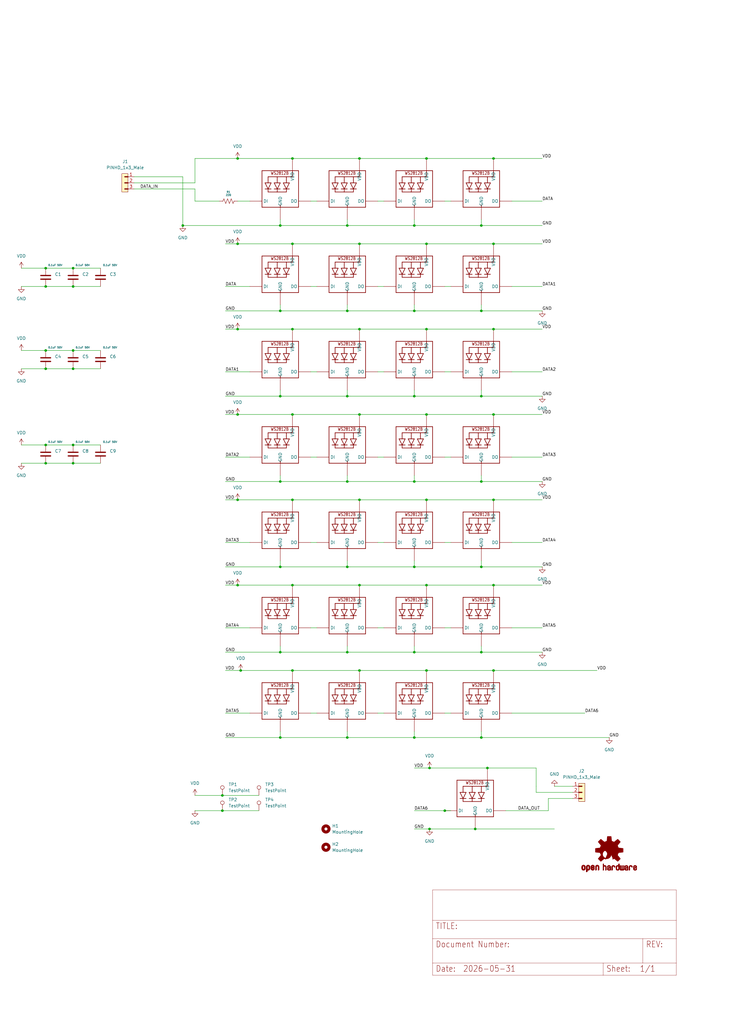
<source format=kicad_sch>
(kicad_sch (version 20231120) (generator "eeschema") (generator_version "8.0")
  (paper "User" 305.994 426.771)
  (lib_symbols
    (symbol "Connector:TestPoint" (pin_numbers hide) (pin_names (offset 0.762) hide)
      (property "Reference" "TP" (at 0 6.858 0))
      (property "Value" "TestPoint" (at 0 5.08 0))
      (symbol "TestPoint_1_1"
        (pin passive line (at 0 0 90) (length 2.54) (name "1") (number "1"))
      )
    )
    (symbol "Device:C" (pin_numbers hide) (pin_names (offset 0.254))
      (property "Reference" "C" (at 0.635 2.54 0))
      (property "Value" "C" (at 0.635 -2.54 0))
      (symbol "C_1_1"
        (pin passive line (at 0 3.81 270) (length 2.794) (name "~") (number "1"))
        (pin passive line (at 0 -3.81 90) (length 2.794) (name "~") (number "2"))
      )
    )
    (symbol "Device:R_US" (pin_numbers hide) (pin_names (offset 0))
      (property "Reference" "R" (at 2.54 0 90))
      (property "Value" "R_US" (at -2.54 0 90))
      (symbol "R_US_1_1"
        (pin passive line (at 0 3.81 270) (length 1.27) (name "~") (number "1"))
        (pin passive line (at 0 -3.81 90) (length 1.27) (name "~") (number "2"))
      )
    )
    (symbol "Mechanical:MountingHole" (pin_names (offset 1.016)) (exclude_from_sim yes) (in_bom no)
      (property "Reference" "H" (at 0 5.08 0))
      (property "Value" "MountingHole" (at 0 3.175 0))
    )
    (symbol "NeoSevenSegment-eagle-import:DINA3_P"
      (symbol "DINA3_P_1_0"
        (text "${#}/${##}" (at 86.36 1.27 0) (effects (font (size 2.54 2.159)) (justify left bottom)))
        (text "${CURRENT_DATE}" (at 12.7 1.27 0) (effects (font (size 2.54 2.159)) (justify left bottom)))
        (text "${PROJECTNAME}" (at 17.78 19.05 0) (effects (font (size 2.54 2.159)) (justify left bottom)))
        (text "Date:" (at 1.27 1.27 0) (effects (font (size 2.54 2.159)) (justify left bottom)))
        (text "Document Number:" (at 1.27 11.43 0) (effects (font (size 2.54 2.159)) (justify left bottom)))
        (text "REV:" (at 88.9 11.43 0) (effects (font (size 2.54 2.159)) (justify left bottom)))
        (text "Sheet:" (at 72.39 1.27 0) (effects (font (size 2.54 2.159)) (justify left bottom)))
        (text "TITLE:" (at 1.27 19.05 0) (effects (font (size 2.54 2.159)) (justify left bottom)))
      )
    )
    (symbol "NeoSevenSegment-eagle-import:OSHW-LOGOM")
    (symbol "NeoSevenSegment-eagle-import:WS2812B_5050N"
      (symbol "WS2812B_5050N_1_0"
        (text "WS2812B" (at -4.064 8.382 0) (effects (font (size 1.27 1.0795)) (justify left bottom)))
        (pin power_in line (at 5.08 15.24 270) (length 5.08) (name "VDD") (number "1-VDD"))
        (pin output line (at 12.7 -2.54 180) (length 5.08) (name "DO") (number "2-DOUT"))
        (pin power_in line (at 0 -10.16 90) (length 5.08) (name "GND") (number "3-GND"))
        (pin input line (at -12.7 -2.54 0) (length 5.08) (name "DI") (number "4-DIN"))
      )
    )
    (symbol "PCM_SL_Pin_Headers:PINHD_1x3_Male"
      (property "Reference" "J" (at 0 7.62 0))
      (property "Value" "PINHD_1x3_Male" (at 0 5.08 0))
      (symbol "PINHD_1x3_Male_1_1"
        (pin passive line (at -3.81 2.54 0) (length 2.54) (name "") (number "1"))
        (pin passive line (at -3.81 0 0) (length 2.54) (name "") (number "2"))
        (pin passive line (at -3.81 -2.54 0) (length 2.54) (name "") (number "3"))
      )
    )
    (symbol "power:GND" (power) (pin_numbers hide) (pin_names (offset 0) hide)
      (property "Value" "GND" (at 0 -3.81 0))
      (symbol "GND_1_1"
        (pin power_in line (at 0 0 270) (length 0) (name "~") (number "1"))
      )
    )
    (symbol "power:VDD" (power) (pin_numbers hide) (pin_names (offset 0) hide)
      (property "Value" "VDD" (at 0 3.556 0))
      (symbol "VDD_1_1"
        (pin power_in line (at 0 0 90) (length 0) (name "~") (number "1"))
      )
    )
  )
  (junction (at 30.48 193.04))
  (junction (at 99.06 137.16))
  (junction (at 144.78 307.34))
  (junction (at 177.8 208.28))
  (junction (at 200.66 236.22))
  (junction (at 30.48 146.05))
  (junction (at 179.07 345.44))
  (junction (at 144.78 200.66))
  (junction (at 99.06 172.72))
  (junction (at 149.86 101.6))
  (junction (at 149.86 208.28))
  (junction (at 149.86 66.04))
  (junction (at 177.8 243.84))
  (junction (at 198.12 345.44))
  (junction (at 144.78 93.98))
  (junction (at 19.05 153.67))
  (junction (at 19.05 185.42))
  (junction (at 177.8 137.16))
  (junction (at 116.84 200.66))
  (junction (at 200.66 93.98))
  (junction (at 200.66 307.34))
  (junction (at 149.86 279.4))
  (junction (at 144.78 236.22))
  (junction (at 121.92 137.16))
  (junction (at 30.48 185.42))
  (junction (at 99.06 66.04))
  (junction (at 205.74 66.04))
  (junction (at 116.84 165.1))
  (junction (at 19.05 111.76))
  (junction (at 144.78 165.1))
  (junction (at 121.92 208.28))
  (junction (at 200.66 200.66))
  (junction (at 205.74 208.28))
  (junction (at 172.72 307.34))
  (junction (at 99.06 101.6))
  (junction (at 177.8 101.6))
  (junction (at 205.74 243.84))
  (junction (at 205.74 172.72))
  (junction (at 100.33 279.4))
  (junction (at 203.2 320.04))
  (junction (at 172.72 236.22))
  (junction (at 149.86 137.16))
  (junction (at 200.66 165.1))
  (junction (at 177.8 279.4))
  (junction (at 185.42 337.82))
  (junction (at 177.8 172.72))
  (junction (at 205.74 101.6))
  (junction (at 121.92 66.04))
  (junction (at 172.72 200.66))
  (junction (at 76.2 93.98))
  (junction (at 172.72 271.78))
  (junction (at 205.74 137.16))
  (junction (at 116.84 93.98))
  (junction (at 121.92 101.6))
  (junction (at 205.74 279.4))
  (junction (at 116.84 236.22))
  (junction (at 30.48 119.38))
  (junction (at 172.72 129.54))
  (junction (at 116.84 129.54))
  (junction (at 179.07 320.04))
  (junction (at 92.71 331.47))
  (junction (at 19.05 193.04))
  (junction (at 177.8 66.04))
  (junction (at 99.06 208.28))
  (junction (at 19.05 146.05))
  (junction (at 30.48 111.76))
  (junction (at 144.78 271.78))
  (junction (at 30.48 153.67))
  (junction (at 144.78 129.54))
  (junction (at 121.92 243.84))
  (junction (at 92.71 337.82))
  (junction (at 116.84 271.78))
  (junction (at 149.86 172.72))
  (junction (at 121.92 172.72))
  (junction (at 172.72 93.98))
  (junction (at 172.72 165.1))
  (junction (at 121.92 279.4))
  (junction (at 200.66 129.54))
  (junction (at 149.86 243.84))
  (junction (at 200.66 271.78))
  (junction (at 116.84 307.34))
  (junction (at 19.05 119.38))
  (junction (at 99.06 243.84))
  (wire (pts (xy 172.72 93.98) (xy 172.72 91.44)) (stroke (width 0.1524)))
  (wire (pts (xy 213.36 119.38) (xy 226.06 119.38)) (stroke (width 0.1524)))
  (wire (pts (xy 144.78 200.66) (xy 144.78 198.12)) (stroke (width 0.1524)))
  (wire (pts (xy 121.92 101.6) (xy 149.86 101.6)) (stroke (width 0.1524)))
  (wire (pts (xy 116.84 307.34) (xy 144.78 307.34)) (stroke (width 0.1524)))
  (wire (pts (xy 172.72 307.34) (xy 200.66 307.34)) (stroke (width 0.1524)))
  (wire (pts (xy 144.78 236.22) (xy 144.78 233.68)) (stroke (width 0.1524)))
  (wire (pts (xy 179.07 320.04) (xy 172.72 320.04)) (stroke (width 0.1524)))
  (wire (pts (xy 205.74 279.4) (xy 248.92 279.4)) (stroke (width 0.1524)))
  (wire (pts (xy 228.6 337.82) (xy 228.6 332.74)) (stroke (width 0.1524)))
  (wire (pts (xy 223.52 320.04) (xy 203.2 320.04)) (stroke (width 0.1524)))
  (wire (pts (xy 144.78 271.78) (xy 172.72 271.78)) (stroke (width 0.1524)))
  (wire (pts (xy 129.54 119.38) (xy 132.08 119.38)) (stroke (width 0.1524)))
  (wire (pts (xy 8.89 193.04) (xy 19.05 193.04)))
  (wire (pts (xy 157.48 154.94) (xy 160.02 154.94)) (stroke (width 0.1524)))
  (wire (pts (xy 157.48 190.5) (xy 160.02 190.5)) (stroke (width 0.1524)))
  (wire (pts (xy 213.36 83.82) (xy 226.06 83.82)) (stroke (width 0.1524)))
  (wire (pts (xy 121.92 208.28) (xy 149.86 208.28)) (stroke (width 0.1524)))
  (wire (pts (xy 177.8 172.72) (xy 205.74 172.72)) (stroke (width 0.1524)))
  (wire (pts (xy 200.66 307.34) (xy 254 307.34)) (stroke (width 0.1524)))
  (wire (pts (xy 121.92 66.04) (xy 149.86 66.04)) (stroke (width 0.1524)))
  (wire (pts (xy 210.82 337.82) (xy 228.6 337.82)) (stroke (width 0.1524)))
  (wire (pts (xy 172.72 271.78) (xy 200.66 271.78)) (stroke (width 0.1524)))
  (wire (pts (xy 177.8 66.04) (xy 205.74 66.04)) (stroke (width 0.1524)))
  (wire (pts (xy 76.2 93.98) (xy 116.84 93.98)) (stroke (width 0.1524)))
  (wire (pts (xy 121.92 279.4) (xy 149.86 279.4)) (stroke (width 0.1524)))
  (wire (pts (xy 185.42 261.62) (xy 187.96 261.62)) (stroke (width 0.1524)))
  (wire (pts (xy 172.72 165.1) (xy 172.72 162.56)) (stroke (width 0.1524)))
  (wire (pts (xy 8.89 146.05) (xy 19.05 146.05)))
  (wire (pts (xy 149.86 208.28) (xy 177.8 208.28)) (stroke (width 0.1524)))
  (wire (pts (xy 30.48 193.04) (xy 41.91 193.04)))
  (wire (pts (xy 19.05 193.04) (xy 30.48 193.04)))
  (wire (pts (xy 99.06 101.6) (xy 121.92 101.6)) (stroke (width 0.1524)))
  (wire (pts (xy 172.72 271.78) (xy 172.72 269.24)) (stroke (width 0.1524)))
  (wire (pts (xy 81.28 66.04) (xy 99.06 66.04)) (stroke (width 0.1524)))
  (wire (pts (xy 228.6 332.74) (xy 238.76 332.74)))
  (wire (pts (xy 8.89 153.67) (xy 19.05 153.67)))
  (wire (pts (xy 55.88 76.2) (xy 81.28 76.2)))
  (wire (pts (xy 157.48 226.06) (xy 160.02 226.06)) (stroke (width 0.1524)))
  (wire (pts (xy 185.42 190.5) (xy 187.96 190.5)) (stroke (width 0.1524)))
  (wire (pts (xy 205.74 137.16) (xy 226.06 137.16)) (stroke (width 0.1524)))
  (wire (pts (xy 144.78 307.34) (xy 172.72 307.34)) (stroke (width 0.1524)))
  (wire (pts (xy 157.48 261.62) (xy 160.02 261.62)) (stroke (width 0.1524)))
  (wire (pts (xy 121.92 172.72) (xy 149.86 172.72)) (stroke (width 0.1524)))
  (wire (pts (xy 116.84 271.78) (xy 116.84 269.24)) (stroke (width 0.1524)))
  (wire (pts (xy 93.98 101.6) (xy 99.06 101.6)) (stroke (width 0.1524)))
  (wire (pts (xy 99.06 137.16) (xy 121.92 137.16)) (stroke (width 0.1524)))
  (wire (pts (xy 93.98 271.78) (xy 116.84 271.78)) (stroke (width 0.1524)))
  (wire (pts (xy 223.52 320.04) (xy 223.52 327.66)) (stroke (width 0.1524)))
  (wire (pts (xy 205.74 66.04) (xy 226.06 66.04)) (stroke (width 0.1524)))
  (wire (pts (xy 19.05 111.76) (xy 30.48 111.76)))
  (wire (pts (xy 144.78 236.22) (xy 172.72 236.22)) (stroke (width 0.1524)))
  (wire (pts (xy 238.76 330.2) (xy 223.52 330.2)))
  (wire (pts (xy 177.8 137.16) (xy 205.74 137.16)) (stroke (width 0.1524)))
  (wire (pts (xy 177.8 101.6) (xy 205.74 101.6)) (stroke (width 0.1524)))
  (wire (pts (xy 185.42 337.82) (xy 172.72 337.82)) (stroke (width 0.1524)))
  (wire (pts (xy 129.54 154.94) (xy 132.08 154.94)) (stroke (width 0.1524)))
  (wire (pts (xy 223.52 330.2) (xy 223.52 327.66)))
  (wire (pts (xy 149.86 172.72) (xy 177.8 172.72)) (stroke (width 0.1524)))
  (wire (pts (xy 121.92 137.16) (xy 149.86 137.16)) (stroke (width 0.1524)))
  (wire (pts (xy 129.54 83.82) (xy 132.08 83.82)) (stroke (width 0.1524)))
  (wire (pts (xy 93.98 190.5) (xy 104.14 190.5)) (stroke (width 0.1524)))
  (wire (pts (xy 144.78 129.54) (xy 172.72 129.54)) (stroke (width 0.1524)))
  (wire (pts (xy 93.98 243.84) (xy 99.06 243.84)) (stroke (width 0.1524)))
  (wire (pts (xy 93.98 154.94) (xy 104.14 154.94)) (stroke (width 0.1524)))
  (wire (pts (xy 116.84 236.22) (xy 116.84 233.68)) (stroke (width 0.1524)))
  (wire (pts (xy 144.78 307.34) (xy 144.78 304.8)) (stroke (width 0.1524)))
  (wire (pts (xy 205.74 243.84) (xy 226.06 243.84)) (stroke (width 0.1524)))
  (wire (pts (xy 200.66 93.98) (xy 226.06 93.98)) (stroke (width 0.1524)))
  (wire (pts (xy 116.84 200.66) (xy 116.84 198.12)) (stroke (width 0.1524)))
  (wire (pts (xy 213.36 226.06) (xy 226.06 226.06)) (stroke (width 0.1524)))
  (wire (pts (xy 81.28 337.82) (xy 92.71 337.82)))
  (wire (pts (xy 198.12 345.44) (xy 179.07 345.44)) (stroke (width 0.1524)))
  (wire (pts (xy 99.06 83.82) (xy 104.14 83.82)) (stroke (width 0.1524)))
  (wire (pts (xy 93.98 226.06) (xy 104.14 226.06)) (stroke (width 0.1524)))
  (wire (pts (xy 93.98 165.1) (xy 116.84 165.1)) (stroke (width 0.1524)))
  (wire (pts (xy 121.92 243.84) (xy 149.86 243.84)) (stroke (width 0.1524)))
  (wire (pts (xy 129.54 190.5) (xy 132.08 190.5)) (stroke (width 0.1524)))
  (wire (pts (xy 200.66 307.34) (xy 200.66 304.8)) (stroke (width 0.1524)))
  (wire (pts (xy 172.72 165.1) (xy 200.66 165.1)) (stroke (width 0.1524)))
  (wire (pts (xy 213.36 261.62) (xy 226.06 261.62)) (stroke (width 0.1524)))
  (wire (pts (xy 144.78 271.78) (xy 144.78 269.24)) (stroke (width 0.1524)))
  (wire (pts (xy 19.05 153.67) (xy 30.48 153.67)))
  (wire (pts (xy 213.36 190.5) (xy 226.06 190.5)) (stroke (width 0.1524)))
  (wire (pts (xy 116.84 93.98) (xy 116.84 91.44)) (stroke (width 0.1524)))
  (wire (pts (xy 92.71 331.47) (xy 107.95 331.47)))
  (wire (pts (xy 76.2 73.66) (xy 55.88 73.66)))
  (wire (pts (xy 116.84 165.1) (xy 144.78 165.1)) (stroke (width 0.1524)))
  (wire (pts (xy 179.07 345.44) (xy 172.72 345.44)) (stroke (width 0.1524)))
  (wire (pts (xy 116.84 200.66) (xy 144.78 200.66)) (stroke (width 0.1524)))
  (wire (pts (xy 99.06 66.04) (xy 121.92 66.04)) (stroke (width 0.1524)))
  (wire (pts (xy 93.98 208.28) (xy 99.06 208.28)) (stroke (width 0.1524)))
  (wire (pts (xy 200.66 129.54) (xy 200.66 127)) (stroke (width 0.1524)))
  (wire (pts (xy 93.98 172.72) (xy 99.06 172.72)) (stroke (width 0.1524)))
  (wire (pts (xy 157.48 297.18) (xy 160.02 297.18)) (stroke (width 0.1524)))
  (wire (pts (xy 231.14 345.44) (xy 198.12 345.44)) (stroke (width 0.1524)))
  (wire (pts (xy 200.66 236.22) (xy 226.06 236.22)) (stroke (width 0.1524)))
  (wire (pts (xy 205.74 208.28) (xy 226.06 208.28)) (stroke (width 0.1524)))
  (wire (pts (xy 81.28 331.47) (xy 92.71 331.47)))
  (wire (pts (xy 30.48 153.67) (xy 41.91 153.67)))
  (wire (pts (xy 55.88 78.74) (xy 81.28 78.74)))
  (wire (pts (xy 172.72 236.22) (xy 200.66 236.22)) (stroke (width 0.1524)))
  (wire (pts (xy 205.74 101.6) (xy 226.06 101.6)) (stroke (width 0.1524)))
  (wire (pts (xy 92.71 337.82) (xy 107.95 337.82)))
  (wire (pts (xy 8.89 185.42) (xy 19.05 185.42)))
  (wire (pts (xy 30.48 146.05) (xy 41.91 146.05)))
  (wire (pts (xy 76.2 73.66) (xy 76.2 93.98)))
  (wire (pts (xy 200.66 129.54) (xy 226.06 129.54)) (stroke (width 0.1524)))
  (wire (pts (xy 81.28 76.2) (xy 81.28 66.04)) (stroke (width 0.1524)))
  (wire (pts (xy 200.66 271.78) (xy 226.06 271.78)) (stroke (width 0.1524)))
  (wire (pts (xy 157.48 119.38) (xy 160.02 119.38)) (stroke (width 0.1524)))
  (wire (pts (xy 157.48 83.82) (xy 160.02 83.82)) (stroke (width 0.1524)))
  (wire (pts (xy 231.14 327.66) (xy 238.76 327.66)))
  (wire (pts (xy 185.42 154.94) (xy 187.96 154.94)) (stroke (width 0.1524)))
  (wire (pts (xy 185.42 226.06) (xy 187.96 226.06)) (stroke (width 0.1524)))
  (wire (pts (xy 19.05 119.38) (xy 30.48 119.38)))
  (wire (pts (xy 185.42 297.18) (xy 187.96 297.18)) (stroke (width 0.1524)))
  (wire (pts (xy 144.78 165.1) (xy 172.72 165.1)) (stroke (width 0.1524)))
  (wire (pts (xy 200.66 93.98) (xy 200.66 91.44)) (stroke (width 0.1524)))
  (wire (pts (xy 116.84 236.22) (xy 144.78 236.22)) (stroke (width 0.1524)))
  (wire (pts (xy 99.06 243.84) (xy 121.92 243.84)) (stroke (width 0.1524)))
  (wire (pts (xy 116.84 129.54) (xy 116.84 127)) (stroke (width 0.1524)))
  (wire (pts (xy 149.86 137.16) (xy 177.8 137.16)) (stroke (width 0.1524)))
  (wire (pts (xy 8.89 119.38) (xy 19.05 119.38)))
  (wire (pts (xy 93.98 119.38) (xy 104.14 119.38)) (stroke (width 0.1524)))
  (wire (pts (xy 99.06 172.72) (xy 121.92 172.72)) (stroke (width 0.1524)))
  (wire (pts (xy 81.28 78.74) (xy 81.28 83.82)) (stroke (width 0.1524)))
  (wire (pts (xy 30.48 119.38) (xy 41.91 119.38)))
  (wire (pts (xy 144.78 129.54) (xy 144.78 127)) (stroke (width 0.1524)))
  (wire (pts (xy 116.84 271.78) (xy 144.78 271.78)) (stroke (width 0.1524)))
  (wire (pts (xy 129.54 226.06) (xy 132.08 226.06)) (stroke (width 0.1524)))
  (wire (pts (xy 30.48 111.76) (xy 41.91 111.76)))
  (wire (pts (xy 149.86 66.04) (xy 177.8 66.04)) (stroke (width 0.1524)))
  (wire (pts (xy 93.98 137.16) (xy 99.06 137.16)) (stroke (width 0.1524)))
  (wire (pts (xy 149.86 243.84) (xy 177.8 243.84)) (stroke (width 0.1524)))
  (wire (pts (xy 19.05 185.42) (xy 30.48 185.42)))
  (wire (pts (xy 172.72 129.54) (xy 200.66 129.54)) (stroke (width 0.1524)))
  (wire (pts (xy 93.98 200.66) (xy 116.84 200.66)) (stroke (width 0.1524)))
  (wire (pts (xy 129.54 297.18) (xy 132.08 297.18)) (stroke (width 0.1524)))
  (wire (pts (xy 187.96 337.82) (xy 185.42 337.82)) (stroke (width 0.1524)))
  (wire (pts (xy 93.98 261.62) (xy 104.14 261.62)) (stroke (width 0.1524)))
  (wire (pts (xy 93.98 297.18) (xy 104.14 297.18)) (stroke (width 0.1524)))
  (wire (pts (xy 172.72 236.22) (xy 172.72 233.68)) (stroke (width 0.1524)))
  (wire (pts (xy 116.84 93.98) (xy 144.78 93.98)) (stroke (width 0.1524)))
  (wire (pts (xy 172.72 307.34) (xy 172.72 304.8)) (stroke (width 0.1524)))
  (wire (pts (xy 8.89 111.76) (xy 19.05 111.76)))
  (wire (pts (xy 172.72 200.66) (xy 172.72 198.12)) (stroke (width 0.1524)))
  (wire (pts (xy 144.78 93.98) (xy 172.72 93.98)) (stroke (width 0.1524)))
  (wire (pts (xy 149.86 101.6) (xy 177.8 101.6)) (stroke (width 0.1524)))
  (wire (pts (xy 200.66 165.1) (xy 226.06 165.1)) (stroke (width 0.1524)))
  (wire (pts (xy 177.8 208.28) (xy 205.74 208.28)) (stroke (width 0.1524)))
  (wire (pts (xy 172.72 129.54) (xy 172.72 127)) (stroke (width 0.1524)))
  (wire (pts (xy 99.06 208.28) (xy 121.92 208.28)) (stroke (width 0.1524)))
  (wire (pts (xy 93.98 236.22) (xy 116.84 236.22)) (stroke (width 0.1524)))
  (wire (pts (xy 116.84 129.54) (xy 144.78 129.54)) (stroke (width 0.1524)))
  (wire (pts (xy 144.78 165.1) (xy 144.78 162.56)) (stroke (width 0.1524)))
  (wire (pts (xy 172.72 93.98) (xy 200.66 93.98)) (stroke (width 0.1524)))
  (wire (pts (xy 116.84 307.34) (xy 116.84 304.8)) (stroke (width 0.1524)))
  (wire (pts (xy 30.48 185.42) (xy 41.91 185.42)))
  (wire (pts (xy 185.42 83.82) (xy 187.96 83.82)) (stroke (width 0.1524)))
  (wire (pts (xy 93.98 279.4) (xy 100.33 279.4)) (stroke (width 0.1524)))
  (wire (pts (xy 213.36 154.94) (xy 226.06 154.94)) (stroke (width 0.1524)))
  (wire (pts (xy 200.66 200.66) (xy 200.66 198.12)) (stroke (width 0.1524)))
  (wire (pts (xy 205.74 172.72) (xy 226.06 172.72)) (stroke (width 0.1524)))
  (wire (pts (xy 200.66 271.78) (xy 200.66 269.24)) (stroke (width 0.1524)))
  (wire (pts (xy 93.98 129.54) (xy 116.84 129.54)) (stroke (width 0.1524)))
  (wire (pts (xy 203.2 320.04) (xy 179.07 320.04)) (stroke (width 0.1524)))
  (wire (pts (xy 177.8 243.84) (xy 205.74 243.84)) (stroke (width 0.1524)))
  (wire (pts (xy 19.05 146.05) (xy 30.48 146.05)))
  (wire (pts (xy 243.84 297.18) (xy 213.36 297.18)) (stroke (width 0.1524)))
  (wire (pts (xy 81.28 83.82) (xy 91.44 83.82)) (stroke (width 0.1524)))
  (wire (pts (xy 129.54 261.62) (xy 132.08 261.62)) (stroke (width 0.1524)))
  (wire (pts (xy 93.98 307.34) (xy 116.84 307.34)) (stroke (width 0.1524)))
  (wire (pts (xy 144.78 93.98) (xy 144.78 91.44)) (stroke (width 0.1524)))
  (wire (pts (xy 185.42 119.38) (xy 187.96 119.38)) (stroke (width 0.1524)))
  (wire (pts (xy 100.33 279.4) (xy 121.92 279.4)) (stroke (width 0.1524)))
  (wire (pts (xy 116.84 165.1) (xy 116.84 162.56)) (stroke (width 0.1524)))
  (wire (pts (xy 144.78 200.66) (xy 172.72 200.66)) (stroke (width 0.1524)))
  (wire (pts (xy 200.66 200.66) (xy 226.06 200.66)) (stroke (width 0.1524)))
  (wire (pts (xy 200.66 236.22) (xy 200.66 233.68)) (stroke (width 0.1524)))
  (wire (pts (xy 177.8 279.4) (xy 205.74 279.4)) (stroke (width 0.1524)))
  (wire (pts (xy 149.86 279.4) (xy 177.8 279.4)) (stroke (width 0.1524)))
  (wire (pts (xy 200.66 165.1) (xy 200.66 162.56)) (stroke (width 0.1524)))
  (wire (pts (xy 172.72 200.66) (xy 200.66 200.66)) (stroke (width 0.1524)))
  (label "DATA1" (at 226.06 119.38 0) (effects (font (size 1.2446 1.2446))))
  (label "VDD" (at 226.06 172.72 0) (effects (font (size 1.2446 1.2446))))
  (label "DATA2" (at 93.98 190.5 0) (effects (font (size 1.2446 1.2446))))
  (label "GND" (at 226.06 165.1 0) (effects (font (size 1.2446 1.2446))))
  (label "VDD" (at 226.06 101.6 0) (effects (font (size 1.2446 1.2446))))
  (label "GND" (at 226.06 129.54 0) (effects (font (size 1.2446 1.2446))))
  (label "VDD" (at 93.98 208.28 0) (effects (font (size 1.2446 1.2446))))
  (label "GND" (at 226.06 236.22 0) (effects (font (size 1.2446 1.2446))))
  (label "GND" (at 254 307.34 0) (effects (font (size 1.2446 1.2446))))
  (label "VDD" (at 93.98 172.72 0) (effects (font (size 1.2446 1.2446))))
  (label "GND" (at 93.98 307.34 0) (effects (font (size 1.2446 1.2446))))
  (label "VDD" (at 248.92 279.4 0) (effects (font (size 1.2446 1.2446))))
  (label "DATA1" (at 93.98 154.94 0) (effects (font (size 1.2446 1.2446))))
  (label "VDD" (at 93.98 137.16 0) (effects (font (size 1.2446 1.2446))))
  (label "VDD" (at 226.06 137.16 0) (effects (font (size 1.2446 1.2446))))
  (label "DATA3" (at 226.06 190.5 0) (effects (font (size 1.2446 1.2446))))
  (label "DATA4" (at 226.06 226.06 0) (effects (font (size 1.2446 1.2446))))
  (label "DATA6" (at 172.72 337.82 0) (effects (font (size 1.2446 1.2446))))
  (label "VDD" (at 93.98 243.84 0) (effects (font (size 1.2446 1.2446))))
  (label "GND" (at 226.06 271.78 0) (effects (font (size 1.2446 1.2446))))
  (label "DATA" (at 226.06 83.82 0) (effects (font (size 1.2446 1.2446))))
  (label "GND" (at 93.98 271.78 0) (effects (font (size 1.2446 1.2446))))
  (label "GND" (at 226.06 200.66 0) (effects (font (size 1.2446 1.2446))))
  (label "GND" (at 93.98 165.1 0) (effects (font (size 1.2446 1.2446))))
  (label "GND" (at 93.98 200.66 0) (effects (font (size 1.2446 1.2446))))
  (label "VDD" (at 226.06 208.28 0) (effects (font (size 1.2446 1.2446))))
  (label "DATA_IN" (at 58.42 78.74 0))
  (label "DATA6" (at 243.84 297.18 0) (effects (font (size 1.2446 1.2446))))
  (label "GND" (at 93.98 236.22 0) (effects (font (size 1.2446 1.2446))))
  (label "GND" (at 93.98 129.54 0) (effects (font (size 1.2446 1.2446))))
  (label "DATA5" (at 226.06 261.62 0) (effects (font (size 1.2446 1.2446))))
  (label "DATA5" (at 93.98 297.18 0) (effects (font (size 1.2446 1.2446))))
  (label "VDD" (at 172.72 320.04 0) (effects (font (size 1.2446 1.2446))))
  (label "DATA3" (at 93.98 226.06 0) (effects (font (size 1.2446 1.2446))))
  (label "DATA" (at 93.98 119.38 0) (effects (font (size 1.2446 1.2446))))
  (label "DATA4" (at 93.98 261.62 0) (effects (font (size 1.2446 1.2446))))
  (label "DATA_OUT" (at 215.9 337.82 0))
  (label "VDD" (at 93.98 279.4 0) (effects (font (size 1.2446 1.2446))))
  (label "VDD" (at 93.98 101.6 0) (effects (font (size 1.2446 1.2446))))
  (label "GND" (at 226.06 93.98 0) (effects (font (size 1.2446 1.2446))))
  (label "DATA2" (at 226.06 154.94 0) (effects (font (size 1.2446 1.2446))))
  (label "GND" (at 172.72 345.44 0) (effects (font (size 1.2446 1.2446))))
  (label "VDD" (at 226.06 243.84 0) (effects (font (size 1.2446 1.2446))))
  (label "VDD" (at 226.06 66.04 0) (effects (font (size 1.2446 1.2446))))
  (symbol (lib_id "Device:R_US") (at 95.25 83.82 270) (unit 1)
    (property "Reference" "R1" (at 95.25 80.01 90) (effects (font (size 0.762 0.762))))
    (property "Value" "220" (at 95.25 81.28 90) (effects (font (size 0.762 0.762))))
    (property "Footprint" "Resistor_SMD:R_1206_3216Metric" (effects (hide yes)))
    (property "Description" "Resistor, US symbol" (effects (hide yes)))
    (property "DigiKey P/N" "311-220FRCT-ND" (effects (hide yes)))
  )
  (symbol (lib_id "NeoSevenSegment-eagle-import:WS2812B_5050N") (at 116.84 259.08 0) (unit 1)
    (property "Reference" "LED21" (effects (hide yes)))
    (property "Value" "WS2812B_5050N" (effects (hide yes)))
    (property "Footprint" "NeoSevenSegment:WS2812B-NARROW" (effects (hide yes)))
  )
  (symbol (lib_id "power:VDD") (at 99.06 243.84 0) (unit 1)
    (property "Reference" "#PWR02" (effects (hide yes)))
    (property "Value" "VDD" (at 99.06 238.76 0))
    (property "Description" "Power symbol creates a global label with name \"VDD\"" (effects (hide yes)))
  )
  (symbol (lib_id "Device:C") (at 41.91 149.86 0) (unit 1)
    (property "Reference" "C6" (at 45.72 148.5899 0) (effects (justify left)))
    (property "Value" "0.1uF 50V" (at 42.926 144.78 0) (effects (font (size 0.762 0.762)) (justify left)))
    (property "Footprint" "Capacitor_SMD:C_1206_3216Metric" (effects (hide yes)))
    (property "Description" "Unpolarized capacitor" (effects (hide yes)))
    (property "DigiKey P/N" "1276-1068-1-ND" (effects (hide yes)))
  )
  (symbol (lib_id "power:GND") (at 226.06 236.22 0) (unit 1)
    (property "Reference" "#PWR013" (effects (hide yes)))
    (property "Value" "GND" (at 226.06 241.3 0))
    (property "Description" "Power symbol creates a global label with name \"GND\" , ground" (effects (hide yes)))
  )
  (symbol (lib_id "NeoSevenSegment-eagle-import:WS2812B_5050N") (at 144.78 259.08 0) (unit 1)
    (property "Reference" "LED22" (effects (hide yes)))
    (property "Value" "WS2812B_5050N" (effects (hide yes)))
    (property "Footprint" "NeoSevenSegment:WS2812B-NARROW" (effects (hide yes)))
  )
  (symbol (lib_id "NeoSevenSegment-eagle-import:WS2812B_5050N") (at 116.84 223.52 0) (unit 1)
    (property "Reference" "LED17" (effects (hide yes)))
    (property "Value" "WS2812B_5050N" (effects (hide yes)))
    (property "Footprint" "NeoSevenSegment:WS2812B-NARROW" (effects (hide yes)))
  )
  (symbol (lib_id "NeoSevenSegment-eagle-import:WS2812B_5050N") (at 172.72 152.4 0) (unit 1)
    (property "Reference" "LED11" (effects (hide yes)))
    (property "Value" "WS2812B_5050N" (effects (hide yes)))
    (property "Footprint" "NeoSevenSegment:WS2812B-NARROW" (effects (hide yes)))
  )
  (symbol (lib_id "power:VDD") (at 179.07 320.04 0) (unit 1)
    (property "Reference" "#PWR08" (effects (hide yes)))
    (property "Value" "VDD" (at 179.07 314.96 0))
    (property "Description" "Power symbol creates a global label with name \"VDD\"" (effects (hide yes)))
  )
  (symbol (lib_id "power:VDD") (at 99.06 66.04 0) (unit 1)
    (property "Reference" "#PWR07" (effects (hide yes)))
    (property "Value" "VDD" (at 99.06 60.96 0))
    (property "Description" "Power symbol creates a global label with name \"VDD\"" (effects (hide yes)))
  )
  (symbol (lib_id "PCM_SL_Pin_Headers:PINHD_1x3_Male") (at 52.07 76.2 0) (mirror y) (unit 1)
    (property "Reference" "J1" (at 52.195 67.31 0))
    (property "Value" "PINHD_1x3_Male" (at 52.195 69.85 0))
    (property "Footprint" "PCM_SL_Connectors:PinHeader_1x03_P2.54mm_Vertical" (effects (hide yes)))
    (property "Description" "Pin Header male with pin space 2.54mm. Pin Count -3" (effects (hide yes)))
  )
  (symbol (lib_id "NeoSevenSegment-eagle-import:OSHW-LOGOM") (at 254 354.33 0) (unit 1)
    (property "Reference" "LOGO1" (effects (hide yes)))
    (property "Value" "OSHW-LOGOM" (effects (hide yes)))
    (property "Footprint" "NeoSevenSegment:OSHW-LOGO-M" (effects (hide yes)))
  )
  (symbol (lib_id "NeoSevenSegment-eagle-import:WS2812B_5050N") (at 200.66 187.96 0) (unit 1)
    (property "Reference" "LED16" (effects (hide yes)))
    (property "Value" "WS2812B_5050N" (effects (hide yes)))
    (property "Footprint" "NeoSevenSegment:WS2812B-NARROW" (effects (hide yes)))
  )
  (symbol (lib_id "NeoSevenSegment-eagle-import:WS2812B_5050N") (at 172.72 187.96 0) (unit 1)
    (property "Reference" "LED15" (effects (hide yes)))
    (property "Value" "WS2812B_5050N" (effects (hide yes)))
    (property "Footprint" "NeoSevenSegment:WS2812B-NARROW" (effects (hide yes)))
  )
  (symbol (lib_id "NeoSevenSegment-eagle-import:WS2812B_5050N") (at 144.78 187.96 0) (unit 1)
    (property "Reference" "LED14" (effects (hide yes)))
    (property "Value" "WS2812B_5050N" (effects (hide yes)))
    (property "Footprint" "NeoSevenSegment:WS2812B-NARROW" (effects (hide yes)))
  )
  (symbol (lib_id "power:GND") (at 8.89 153.67 0) (unit 1)
    (property "Reference" "#PWR021" (effects (hide yes)))
    (property "Value" "GND" (at 8.89 158.75 0))
    (property "Description" "Power symbol creates a global label with name \"GND\" , ground" (effects (hide yes)))
  )
  (symbol (lib_id "NeoSevenSegment-eagle-import:WS2812B_5050N") (at 116.84 294.64 0) (unit 1)
    (property "Reference" "LED25" (effects (hide yes)))
    (property "Value" "WS2812B_5050N" (effects (hide yes)))
    (property "Footprint" "NeoSevenSegment:WS2812B-NARROW" (effects (hide yes)))
  )
  (symbol (lib_id "power:VDD") (at 99.06 172.72 0) (unit 1)
    (property "Reference" "#PWR04" (effects (hide yes)))
    (property "Value" "VDD" (at 99.06 167.64 0))
    (property "Description" "Power symbol creates a global label with name \"VDD\"" (effects (hide yes)))
  )
  (symbol (lib_id "NeoSevenSegment-eagle-import:WS2812B_5050N") (at 144.78 294.64 0) (unit 1)
    (property "Reference" "LED26" (effects (hide yes)))
    (property "Value" "WS2812B_5050N" (effects (hide yes)))
    (property "Footprint" "NeoSevenSegment:WS2812B-NARROW" (effects (hide yes)))
  )
  (symbol (lib_id "Connector:TestPoint") (at 92.71 331.47 0) (unit 1)
    (property "Reference" "TP1" (at 95.25 326.8979 0) (effects (justify left)))
    (property "Value" "TestPoint" (at 95.25 329.4379 0) (effects (justify left)))
    (property "Footprint" "TestPoint:TestPoint_Pad_2.5x2.5mm" (effects (hide yes)))
    (property "Description" "test point" (effects (hide yes)))
  )
  (symbol (lib_id "power:GND") (at 231.14 327.66 180) (unit 1)
    (property "Reference" "#PWR017" (effects (hide yes)))
    (property "Value" "GND" (at 231.14 322.58 0))
    (property "Description" "Power symbol creates a global label with name \"GND\" , ground" (effects (hide yes)))
  )
  (symbol (lib_id "Mechanical:MountingHole") (at 135.89 345.44 0) (unit 1) (exclude_from_sim yes) (in_bom no)
    (property "Reference" "H1" (at 138.43 344.1699 0) (effects (justify left)))
    (property "Value" "MountingHole" (at 138.43 346.7099 0) (effects (justify left)))
    (property "Footprint" "MountingHole:MountingHole_3.2mm_M3_ISO14580_Pad_TopBottom" (effects (hide yes)))
    (property "Description" "Mounting Hole without connection" (effects (hide yes)))
  )
  (symbol (lib_id "power:GND") (at 179.07 345.44 0) (unit 1)
    (property "Reference" "#PWR016" (effects (hide yes)))
    (property "Value" "GND" (at 179.07 350.52 0))
    (property "Description" "Power symbol creates a global label with name \"GND\" , ground" (effects (hide yes)))
  )
  (symbol (lib_id "power:GND") (at 254 307.34 0) (unit 1)
    (property "Reference" "#PWR015" (effects (hide yes)))
    (property "Value" "GND" (at 254 312.42 0))
    (property "Description" "Power symbol creates a global label with name \"GND\" , ground" (effects (hide yes)))
  )
  (symbol (lib_id "Device:C") (at 19.05 115.57 0) (unit 1)
    (property "Reference" "C1" (at 22.86 114.2999 0) (effects (justify left)))
    (property "Value" "0.1uF 50V" (at 20.066 110.49 0) (effects (font (size 0.762 0.762)) (justify left)))
    (property "Footprint" "Capacitor_SMD:C_1206_3216Metric" (effects (hide yes)))
    (property "Description" "Unpolarized capacitor" (effects (hide yes)))
    (property "DigiKey P/N" "1276-1068-1-ND" (effects (hide yes)))
  )
  (symbol (lib_id "power:VDD") (at 81.28 331.47 0) (unit 1)
    (property "Reference" "#PWR024" (effects (hide yes)))
    (property "Value" "VDD" (at 81.28 326.39 0))
    (property "Description" "Power symbol creates a global label with name \"VDD\"" (effects (hide yes)))
  )
  (symbol (lib_id "Connector:TestPoint") (at 107.95 331.47 0) (unit 1)
    (property "Reference" "TP3" (at 110.49 326.8979 0) (effects (justify left)))
    (property "Value" "TestPoint" (at 110.49 329.4379 0) (effects (justify left)))
    (property "Footprint" "TestPoint:TestPoint_Pad_2.5x2.5mm" (effects (hide yes)))
    (property "Description" "test point" (effects (hide yes)))
  )
  (symbol (lib_id "power:VDD") (at 99.06 101.6 0) (unit 1)
    (property "Reference" "#PWR06" (effects (hide yes)))
    (property "Value" "VDD" (at 99.06 96.52 0))
    (property "Description" "Power symbol creates a global label with name \"VDD\"" (effects (hide yes)))
  )
  (symbol (lib_id "Device:C") (at 19.05 149.86 0) (unit 1)
    (property "Reference" "C4" (at 22.86 148.5899 0) (effects (justify left)))
    (property "Value" "0.1uF 50V" (at 20.066 144.78 0) (effects (font (size 0.762 0.762)) (justify left)))
    (property "Footprint" "Capacitor_SMD:C_1206_3216Metric" (effects (hide yes)))
    (property "Description" "Unpolarized capacitor" (effects (hide yes)))
    (property "DigiKey P/N" "1276-1068-1-ND" (effects (hide yes)))
  )
  (symbol (lib_id "Device:C") (at 30.48 115.57 0) (unit 1)
    (property "Reference" "C2" (at 34.29 114.2999 0) (effects (justify left)))
    (property "Value" "0.1uF 50V" (at 31.496 110.49 0) (effects (font (size 0.762 0.762)) (justify left)))
    (property "Footprint" "Capacitor_SMD:C_1206_3216Metric" (effects (hide yes)))
    (property "Description" "Unpolarized capacitor" (effects (hide yes)))
    (property "DigiKey P/N" "1276-1068-1-ND" (effects (hide yes)))
  )
  (symbol (lib_id "Device:C") (at 41.91 115.57 0) (unit 1)
    (property "Reference" "C3" (at 45.72 114.2999 0) (effects (justify left)))
    (property "Value" "0.1uF 50V" (at 42.926 110.49 0) (effects (font (size 0.762 0.762)) (justify left)))
    (property "Footprint" "Capacitor_SMD:C_1206_3216Metric" (effects (hide yes)))
    (property "Description" "Unpolarized capacitor" (effects (hide yes)))
    (property "DigiKey P/N" "1276-1068-1-ND" (effects (hide yes)))
  )
  (symbol (lib_id "power:GND") (at 226.06 271.78 0) (unit 1)
    (property "Reference" "#PWR014" (effects (hide yes)))
    (property "Value" "GND" (at 226.06 276.86 0))
    (property "Description" "Power symbol creates a global label with name \"GND\" , ground" (effects (hide yes)))
  )
  (symbol (lib_id "NeoSevenSegment-eagle-import:WS2812B_5050N") (at 172.72 116.84 0) (unit 1)
    (property "Reference" "LED7" (effects (hide yes)))
    (property "Value" "WS2812B_5050N" (effects (hide yes)))
    (property "Footprint" "NeoSevenSegment:WS2812B-NARROW" (effects (hide yes)))
  )
  (symbol (lib_id "NeoSevenSegment-eagle-import:WS2812B_5050N") (at 144.78 81.28 0) (unit 1)
    (property "Reference" "LED2" (effects (hide yes)))
    (property "Value" "WS2812B_5050N" (effects (hide yes)))
    (property "Footprint" "NeoSevenSegment:WS2812B-NARROW" (effects (hide yes)))
  )
  (symbol (lib_id "NeoSevenSegment-eagle-import:WS2812B_5050N") (at 200.66 223.52 0) (unit 1)
    (property "Reference" "LED20" (effects (hide yes)))
    (property "Value" "WS2812B_5050N" (effects (hide yes)))
    (property "Footprint" "NeoSevenSegment:WS2812B-NARROW" (effects (hide yes)))
  )
  (symbol (lib_id "power:VDD") (at 99.06 208.28 0) (unit 1)
    (property "Reference" "#PWR03" (effects (hide yes)))
    (property "Value" "VDD" (at 99.06 203.2 0))
    (property "Description" "Power symbol creates a global label with name \"VDD\"" (effects (hide yes)))
  )
  (symbol (lib_id "power:GND") (at 226.06 129.54 0) (unit 1)
    (property "Reference" "#PWR010" (effects (hide yes)))
    (property "Value" "GND" (at 226.06 134.62 0))
    (property "Description" "Power symbol creates a global label with name \"GND\" , ground" (effects (hide yes)))
  )
  (symbol (lib_id "NeoSevenSegment-eagle-import:WS2812B_5050N") (at 200.66 116.84 0) (unit 1)
    (property "Reference" "LED8" (effects (hide yes)))
    (property "Value" "WS2812B_5050N" (effects (hide yes)))
    (property "Footprint" "NeoSevenSegment:WS2812B-NARROW" (effects (hide yes)))
  )
  (symbol (lib_id "NeoSevenSegment-eagle-import:DINA3_P") (at 180.34 406.4 0) (unit 1)
    (property "Reference" "#FRAME1" (effects (hide yes)))
    (property "Value" "LAST_DATE_TIME" (effects (hide yes)))
  )
  (symbol (lib_id "NeoSevenSegment-eagle-import:WS2812B_5050N") (at 144.78 152.4 0) (unit 1)
    (property "Reference" "LED10" (effects (hide yes)))
    (property "Value" "WS2812B_5050N" (effects (hide yes)))
    (property "Footprint" "NeoSevenSegment:WS2812B-NARROW" (effects (hide yes)))
  )
  (symbol (lib_id "PCM_SL_Pin_Headers:PINHD_1x3_Male") (at 242.57 330.2 0) (unit 1)
    (property "Reference" "J2" (at 242.445 321.31 0))
    (property "Value" "PINHD_1x3_Male" (at 242.445 323.85 0))
    (property "Footprint" "PCM_SL_Connectors:PinHeader_1x03_P2.54mm_Vertical" (effects (hide yes)))
    (property "Description" "Pin Header male with pin space 2.54mm. Pin Count -3" (effects (hide yes)))
  )
  (symbol (lib_id "power:GND") (at 8.89 119.38 0) (unit 1)
    (property "Reference" "#PWR019" (effects (hide yes)))
    (property "Value" "GND" (at 8.89 124.46 0))
    (property "Description" "Power symbol creates a global label with name \"GND\" , ground" (effects (hide yes)))
  )
  (symbol (lib_id "power:GND") (at 8.89 193.04 0) (unit 1)
    (property "Reference" "#PWR023" (effects (hide yes)))
    (property "Value" "GND" (at 8.89 198.12 0))
    (property "Description" "Power symbol creates a global label with name \"GND\" , ground" (effects (hide yes)))
  )
  (symbol (lib_id "NeoSevenSegment-eagle-import:WS2812B_5050N") (at 116.84 81.28 0) (unit 1)
    (property "Reference" "LED1" (effects (hide yes)))
    (property "Value" "WS2812B_5050N" (effects (hide yes)))
    (property "Footprint" "NeoSevenSegment:WS2812B-NARROW" (effects (hide yes)))
  )
  (symbol (lib_id "power:VDD") (at 8.89 111.76 0) (unit 1)
    (property "Reference" "#PWR018" (effects (hide yes)))
    (property "Value" "VDD" (at 8.89 106.68 0))
    (property "Description" "Power symbol creates a global label with name \"VDD\"" (effects (hide yes)))
  )
  (symbol (lib_id "power:VDD") (at 100.33 279.4 0) (unit 1)
    (property "Reference" "#PWR01" (effects (hide yes)))
    (property "Value" "VDD" (at 100.33 274.32 0))
    (property "Description" "Power symbol creates a global label with name \"VDD\"" (effects (hide yes)))
  )
  (symbol (lib_id "power:VDD") (at 8.89 146.05 0) (unit 1)
    (property "Reference" "#PWR020" (effects (hide yes)))
    (property "Value" "VDD" (at 8.89 140.97 0))
    (property "Description" "Power symbol creates a global label with name \"VDD\"" (effects (hide yes)))
  )
  (symbol (lib_id "NeoSevenSegment-eagle-import:WS2812B_5050N") (at 172.72 223.52 0) (unit 1)
    (property "Reference" "LED19" (effects (hide yes)))
    (property "Value" "WS2812B_5050N" (effects (hide yes)))
    (property "Footprint" "NeoSevenSegment:WS2812B-NARROW" (effects (hide yes)))
  )
  (symbol (lib_id "NeoSevenSegment-eagle-import:WS2812B_5050N") (at 200.66 259.08 0) (unit 1)
    (property "Reference" "LED24" (effects (hide yes)))
    (property "Value" "WS2812B_5050N" (effects (hide yes)))
    (property "Footprint" "NeoSevenSegment:WS2812B-NARROW" (effects (hide yes)))
  )
  (symbol (lib_id "Device:C") (at 19.05 189.23 0) (unit 1)
    (property "Reference" "C7" (at 22.86 187.9599 0) (effects (justify left)))
    (property "Value" "0.1uF 50V" (at 20.066 184.15 0) (effects (font (size 0.762 0.762)) (justify left)))
    (property "Footprint" "Capacitor_SMD:C_1206_3216Metric" (effects (hide yes)))
    (property "Description" "Unpolarized capacitor" (effects (hide yes)))
    (property "DigiKey P/N" "1276-1068-1-ND" (effects (hide yes)))
  )
  (symbol (lib_id "Device:C") (at 30.48 189.23 0) (unit 1)
    (property "Reference" "C8" (at 34.29 187.9599 0) (effects (justify left)))
    (property "Value" "0.1uF 50V" (at 31.496 184.15 0) (effects (font (size 0.762 0.762)) (justify left)))
    (property "Footprint" "Capacitor_SMD:C_1206_3216Metric" (effects (hide yes)))
    (property "Description" "Unpolarized capacitor" (effects (hide yes)))
    (property "DigiKey P/N" "1276-1068-1-ND" (effects (hide yes)))
  )
  (symbol (lib_id "Device:C") (at 30.48 149.86 0) (unit 1)
    (property "Reference" "C5" (at 34.29 148.5899 0) (effects (justify left)))
    (property "Value" "0.1uF 50V" (at 31.496 144.78 0) (effects (font (size 0.762 0.762)) (justify left)))
    (property "Footprint" "Capacitor_SMD:C_1206_3216Metric" (effects (hide yes)))
    (property "Description" "Unpolarized capacitor" (effects (hide yes)))
    (property "DigiKey P/N" "1276-1068-1-ND" (effects (hide yes)))
  )
  (symbol (lib_id "NeoSevenSegment-eagle-import:WS2812B_5050N") (at 172.72 294.64 0) (unit 1)
    (property "Reference" "LED27" (effects (hide yes)))
    (property "Value" "WS2812B_5050N" (effects (hide yes)))
    (property "Footprint" "NeoSevenSegment:WS2812B-NARROW" (effects (hide yes)))
  )
  (symbol (lib_id "Mechanical:MountingHole") (at 135.89 353.06 0) (unit 1) (exclude_from_sim yes) (in_bom no)
    (property "Reference" "H2" (at 138.43 351.7899 0) (effects (justify left)))
    (property "Value" "MountingHole" (at 138.43 354.3299 0) (effects (justify left)))
    (property "Footprint" "MountingHole:MountingHole_3.2mm_M3_ISO14580_Pad_TopBottom" (effects (hide yes)))
    (property "Description" "Mounting Hole without connection" (effects (hide yes)))
  )
  (symbol (lib_id "power:GND") (at 226.06 165.1 0) (unit 1)
    (property "Reference" "#PWR011" (effects (hide yes)))
    (property "Value" "GND" (at 226.06 170.18 0))
    (property "Description" "Power symbol creates a global label with name \"GND\" , ground" (effects (hide yes)))
  )
  (symbol (lib_id "power:GND") (at 76.2 93.98 0) (unit 1)
    (property "Reference" "#PWR09" (effects (hide yes)))
    (property "Value" "GND" (at 76.2 99.06 0))
    (property "Description" "Power symbol creates a global label with name \"GND\" , ground" (effects (hide yes)))
  )
  (symbol (lib_id "Connector:TestPoint") (at 92.71 337.82 0) (unit 1)
    (property "Reference" "TP2" (at 95.25 333.2479 0) (effects (justify left)))
    (property "Value" "TestPoint" (at 95.25 335.7879 0) (effects (justify left)))
    (property "Footprint" "TestPoint:TestPoint_Pad_2.5x2.5mm" (effects (hide yes)))
    (property "Description" "test point" (effects (hide yes)))
  )
  (symbol (lib_id "NeoSevenSegment-eagle-import:WS2812B_5050N") (at 172.72 81.28 0) (unit 1)
    (property "Reference" "LED3" (effects (hide yes)))
    (property "Value" "WS2812B_5050N" (effects (hide yes)))
    (property "Footprint" "NeoSevenSegment:WS2812B-NARROW" (effects (hide yes)))
  )
  (symbol (lib_id "NeoSevenSegment-eagle-import:WS2812B_5050N") (at 172.72 259.08 0) (unit 1)
    (property "Reference" "LED23" (effects (hide yes)))
    (property "Value" "WS2812B_5050N" (effects (hide yes)))
    (property "Footprint" "NeoSevenSegment:WS2812B-NARROW" (effects (hide yes)))
  )
  (symbol (lib_id "Connector:TestPoint") (at 107.95 337.82 0) (unit 1)
    (property "Reference" "TP4" (at 110.49 333.2479 0) (effects (justify left)))
    (property "Value" "TestPoint" (at 110.49 335.7879 0) (effects (justify left)))
    (property "Footprint" "TestPoint:TestPoint_Pad_2.5x2.5mm" (effects (hide yes)))
    (property "Description" "test point" (effects (hide yes)))
  )
  (symbol (lib_id "power:VDD") (at 8.89 185.42 0) (unit 1)
    (property "Reference" "#PWR022" (effects (hide yes)))
    (property "Value" "VDD" (at 8.89 180.34 0))
    (property "Description" "Power symbol creates a global label with name \"VDD\"" (effects (hide yes)))
  )
  (symbol (lib_id "NeoSevenSegment-eagle-import:WS2812B_5050N") (at 116.84 152.4 0) (unit 1)
    (property "Reference" "LED9" (effects (hide yes)))
    (property "Value" "WS2812B_5050N" (effects (hide yes)))
    (property "Footprint" "NeoSevenSegment:WS2812B-NARROW" (effects (hide yes)))
  )
  (symbol (lib_id "power:GND") (at 81.28 337.82 0) (unit 1)
    (property "Reference" "#PWR025" (effects (hide yes)))
    (property "Value" "GND" (at 81.28 342.9 0))
    (property "Description" "Power symbol creates a global label with name \"GND\" , ground" (effects (hide yes)))
  )
  (symbol (lib_id "NeoSevenSegment-eagle-import:WS2812B_5050N") (at 200.66 152.4 0) (unit 1)
    (property "Reference" "LED12" (effects (hide yes)))
    (property "Value" "WS2812B_5050N" (effects (hide yes)))
    (property "Footprint" "NeoSevenSegment:WS2812B-NARROW" (effects (hide yes)))
  )
  (symbol (lib_id "Device:C") (at 41.91 189.23 0) (unit 1)
    (property "Reference" "C9" (at 45.72 187.9599 0) (effects (justify left)))
    (property "Value" "0.1uF 50V" (at 42.926 184.15 0) (effects (font (size 0.762 0.762)) (justify left)))
    (property "Footprint" "Capacitor_SMD:C_1206_3216Metric" (effects (hide yes)))
    (property "Description" "Unpolarized capacitor" (effects (hide yes)))
    (property "DigiKey P/N" "1276-1068-1-ND" (effects (hide yes)))
  )
  (symbol (lib_id "NeoSevenSegment-eagle-import:WS2812B_5050N") (at 200.66 81.28 0) (unit 1)
    (property "Reference" "LED4" (effects (hide yes)))
    (property "Value" "WS2812B_5050N" (effects (hide yes)))
    (property "Footprint" "NeoSevenSegment:WS2812B-NARROW" (effects (hide yes)))
  )
  (symbol (lib_id "power:GND") (at 226.06 200.66 0) (unit 1)
    (property "Reference" "#PWR012" (effects (hide yes)))
    (property "Value" "GND" (at 226.06 205.74 0))
    (property "Description" "Power symbol creates a global label with name \"GND\" , ground" (effects (hide yes)))
  )
  (symbol (lib_id "NeoSevenSegment-eagle-import:WS2812B_5050N") (at 116.84 116.84 0) (unit 1)
    (property "Reference" "LED5" (effects (hide yes)))
    (property "Value" "WS2812B_5050N" (effects (hide yes)))
    (property "Footprint" "NeoSevenSegment:WS2812B-NARROW" (effects (hide yes)))
  )
  (symbol (lib_id "NeoSevenSegment-eagle-import:WS2812B_5050N") (at 144.78 116.84 0) (unit 1)
    (property "Reference" "LED6" (effects (hide yes)))
    (property "Value" "WS2812B_5050N" (effects (hide yes)))
    (property "Footprint" "NeoSevenSegment:WS2812B-NARROW" (effects (hide yes)))
  )
  (symbol (lib_id "NeoSevenSegment-eagle-import:WS2812B_5050N") (at 198.12 335.28 0) (unit 1)
    (property "Reference" "LED29" (effects (hide yes)))
    (property "Value" "WS2812B_5050N" (effects (hide yes)))
    (property "Footprint" "NeoSevenSegment:WS2812B-NARROW" (effects (hide yes)))
  )
  (symbol (lib_id "NeoSevenSegment-eagle-import:WS2812B_5050N") (at 144.78 223.52 0) (unit 1)
    (property "Reference" "LED18" (effects (hide yes)))
    (property "Value" "WS2812B_5050N" (effects (hide yes)))
    (property "Footprint" "NeoSevenSegment:WS2812B-NARROW" (effects (hide yes)))
  )
  (symbol (lib_id "NeoSevenSegment-eagle-import:WS2812B_5050N") (at 116.84 187.96 0) (unit 1)
    (property "Reference" "LED13" (effects (hide yes)))
    (property "Value" "WS2812B_5050N" (effects (hide yes)))
    (property "Footprint" "NeoSevenSegment:WS2812B-NARROW" (effects (hide yes)))
  )
  (symbol (lib_id "power:VDD") (at 99.06 137.16 0) (unit 1)
    (property "Reference" "#PWR05" (effects (hide yes)))
    (property "Value" "VDD" (at 99.06 132.08 0))
    (property "Description" "Power symbol creates a global label with name \"VDD\"" (effects (hide yes)))
  )
  (symbol (lib_id "NeoSevenSegment-eagle-import:WS2812B_5050N") (at 200.66 294.64 0) (unit 1)
    (property "Reference" "LED28" (effects (hide yes)))
    (property "Value" "WS2812B_5050N" (effects (hide yes)))
    (property "Footprint" "NeoSevenSegment:WS2812B-NARROW" (effects (hide yes)))
  )
)
</source>
